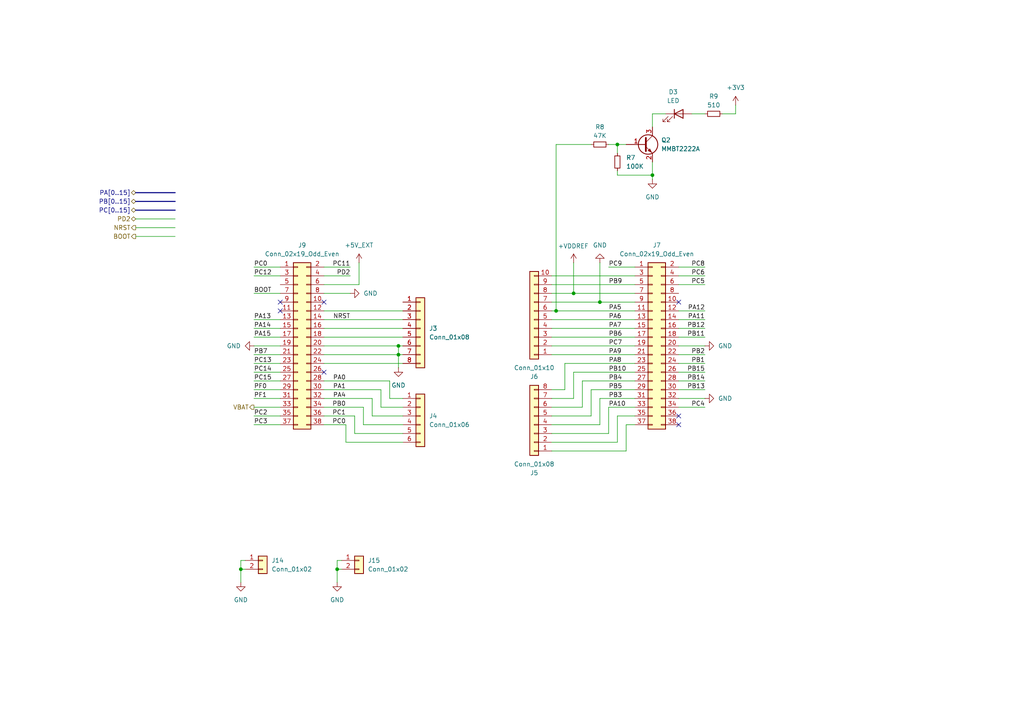
<source format=kicad_sch>
(kicad_sch (version 20231120) (generator "eeschema") (generator_version "8.0")
  (paper "A4")
  (lib_symbols
    (symbol "Connector_Generic:Conn_01x02" (pin_names (offset 1.016) hide)
      (property "Reference" "J" (at 0 2.54 0))
      (property "Value" "Conn_01x02" (at 0 -5.08 0))
      (symbol "Conn_01x02_1_1"
        (rectangle (start -1.27 -2.413) (end 0 -2.667) (stroke (width 0.1524)))
        (rectangle (start -1.27 0.127) (end 0 -0.127) (stroke (width 0.1524)))
        (rectangle (start -1.27 1.27) (end 1.27 -3.81) (stroke (width 0.254)) (fill (type background)))
        (pin passive line (at -5.08 0 0) (length 3.81) (name "Pin_1") (number "1"))
        (pin passive line (at -5.08 -2.54 0) (length 3.81) (name "Pin_2") (number "2"))
      )
    )
    (symbol "Connector_Generic:Conn_01x06" (pin_names (offset 1.016) hide)
      (property "Reference" "J" (at 0 7.62 0))
      (property "Value" "Conn_01x06" (at 0 -10.16 0))
      (symbol "Conn_01x06_1_1"
        (rectangle (start -1.27 -7.493) (end 0 -7.747) (stroke (width 0.1524)))
        (rectangle (start -1.27 -4.953) (end 0 -5.207) (stroke (width 0.1524)))
        (rectangle (start -1.27 -2.413) (end 0 -2.667) (stroke (width 0.1524)))
        (rectangle (start -1.27 0.127) (end 0 -0.127) (stroke (width 0.1524)))
        (rectangle (start -1.27 2.667) (end 0 2.413) (stroke (width 0.1524)))
        (rectangle (start -1.27 5.207) (end 0 4.953) (stroke (width 0.1524)))
        (rectangle (start -1.27 6.35) (end 1.27 -8.89) (stroke (width 0.254)) (fill (type background)))
        (pin passive line (at -5.08 5.08 0) (length 3.81) (name "Pin_1") (number "1"))
        (pin passive line (at -5.08 2.54 0) (length 3.81) (name "Pin_2") (number "2"))
        (pin passive line (at -5.08 0 0) (length 3.81) (name "Pin_3") (number "3"))
        (pin passive line (at -5.08 -2.54 0) (length 3.81) (name "Pin_4") (number "4"))
        (pin passive line (at -5.08 -5.08 0) (length 3.81) (name "Pin_5") (number "5"))
        (pin passive line (at -5.08 -7.62 0) (length 3.81) (name "Pin_6") (number "6"))
      )
    )
    (symbol "Connector_Generic:Conn_01x08" (pin_names (offset 1.016) hide)
      (property "Reference" "J" (at 0 10.16 0))
      (property "Value" "Conn_01x08" (at 0 -12.7 0))
      (symbol "Conn_01x08_1_1"
        (rectangle (start -1.27 -10.033) (end 0 -10.287) (stroke (width 0.1524)))
        (rectangle (start -1.27 -7.493) (end 0 -7.747) (stroke (width 0.1524)))
        (rectangle (start -1.27 -4.953) (end 0 -5.207) (stroke (width 0.1524)))
        (rectangle (start -1.27 -2.413) (end 0 -2.667) (stroke (width 0.1524)))
        (rectangle (start -1.27 0.127) (end 0 -0.127) (stroke (width 0.1524)))
        (rectangle (start -1.27 2.667) (end 0 2.413) (stroke (width 0.1524)))
        (rectangle (start -1.27 5.207) (end 0 4.953) (stroke (width 0.1524)))
        (rectangle (start -1.27 7.747) (end 0 7.493) (stroke (width 0.1524)))
        (rectangle (start -1.27 8.89) (end 1.27 -11.43) (stroke (width 0.254)) (fill (type background)))
        (pin passive line (at -5.08 7.62 0) (length 3.81) (name "Pin_1") (number "1"))
        (pin passive line (at -5.08 5.08 0) (length 3.81) (name "Pin_2") (number "2"))
        (pin passive line (at -5.08 2.54 0) (length 3.81) (name "Pin_3") (number "3"))
        (pin passive line (at -5.08 0 0) (length 3.81) (name "Pin_4") (number "4"))
        (pin passive line (at -5.08 -2.54 0) (length 3.81) (name "Pin_5") (number "5"))
        (pin passive line (at -5.08 -5.08 0) (length 3.81) (name "Pin_6") (number "6"))
        (pin passive line (at -5.08 -7.62 0) (length 3.81) (name "Pin_7") (number "7"))
        (pin passive line (at -5.08 -10.16 0) (length 3.81) (name "Pin_8") (number "8"))
      )
    )
    (symbol "Connector_Generic:Conn_01x10" (pin_names (offset 1.016) hide)
      (property "Reference" "J" (at 0 12.7 0))
      (property "Value" "Conn_01x10" (at 0 -15.24 0))
      (symbol "Conn_01x10_1_1"
        (rectangle (start -1.27 -12.573) (end 0 -12.827) (stroke (width 0.1524)))
        (rectangle (start -1.27 -10.033) (end 0 -10.287) (stroke (width 0.1524)))
        (rectangle (start -1.27 -7.493) (end 0 -7.747) (stroke (width 0.1524)))
        (rectangle (start -1.27 -4.953) (end 0 -5.207) (stroke (width 0.1524)))
        (rectangle (start -1.27 -2.413) (end 0 -2.667) (stroke (width 0.1524)))
        (rectangle (start -1.27 0.127) (end 0 -0.127) (stroke (width 0.1524)))
        (rectangle (start -1.27 2.667) (end 0 2.413) (stroke (width 0.1524)))
        (rectangle (start -1.27 5.207) (end 0 4.953) (stroke (width 0.1524)))
        (rectangle (start -1.27 7.747) (end 0 7.493) (stroke (width 0.1524)))
        (rectangle (start -1.27 10.287) (end 0 10.033) (stroke (width 0.1524)))
        (rectangle (start -1.27 11.43) (end 1.27 -13.97) (stroke (width 0.254)) (fill (type background)))
        (pin passive line (at -5.08 10.16 0) (length 3.81) (name "Pin_1") (number "1"))
        (pin passive line (at -5.08 -12.7 0) (length 3.81) (name "Pin_10") (number "10"))
        (pin passive line (at -5.08 7.62 0) (length 3.81) (name "Pin_2") (number "2"))
        (pin passive line (at -5.08 5.08 0) (length 3.81) (name "Pin_3") (number "3"))
        (pin passive line (at -5.08 2.54 0) (length 3.81) (name "Pin_4") (number "4"))
        (pin passive line (at -5.08 0 0) (length 3.81) (name "Pin_5") (number "5"))
        (pin passive line (at -5.08 -2.54 0) (length 3.81) (name "Pin_6") (number "6"))
        (pin passive line (at -5.08 -5.08 0) (length 3.81) (name "Pin_7") (number "7"))
        (pin passive line (at -5.08 -7.62 0) (length 3.81) (name "Pin_8") (number "8"))
        (pin passive line (at -5.08 -10.16 0) (length 3.81) (name "Pin_9") (number "9"))
      )
    )
    (symbol "Connector_Generic:Conn_02x19_Odd_Even" (pin_names (offset 1.016) hide)
      (property "Reference" "J" (at 1.27 25.4 0))
      (property "Value" "Conn_02x19_Odd_Even" (at 1.27 -25.4 0))
      (symbol "Conn_02x19_Odd_Even_1_1"
        (rectangle (start -1.27 -22.733) (end 0 -22.987) (stroke (width 0.1524)))
        (rectangle (start -1.27 -20.193) (end 0 -20.447) (stroke (width 0.1524)))
        (rectangle (start -1.27 -17.653) (end 0 -17.907) (stroke (width 0.1524)))
        (rectangle (start -1.27 -15.113) (end 0 -15.367) (stroke (width 0.1524)))
        (rectangle (start -1.27 -12.573) (end 0 -12.827) (stroke (width 0.1524)))
        (rectangle (start -1.27 -10.033) (end 0 -10.287) (stroke (width 0.1524)))
        (rectangle (start -1.27 -7.493) (end 0 -7.747) (stroke (width 0.1524)))
        (rectangle (start -1.27 -4.953) (end 0 -5.207) (stroke (width 0.1524)))
        (rectangle (start -1.27 -2.413) (end 0 -2.667) (stroke (width 0.1524)))
        (rectangle (start -1.27 0.127) (end 0 -0.127) (stroke (width 0.1524)))
        (rectangle (start -1.27 2.667) (end 0 2.413) (stroke (width 0.1524)))
        (rectangle (start -1.27 5.207) (end 0 4.953) (stroke (width 0.1524)))
        (rectangle (start -1.27 7.747) (end 0 7.493) (stroke (width 0.1524)))
        (rectangle (start -1.27 10.287) (end 0 10.033) (stroke (width 0.1524)))
        (rectangle (start -1.27 12.827) (end 0 12.573) (stroke (width 0.1524)))
        (rectangle (start -1.27 15.367) (end 0 15.113) (stroke (width 0.1524)))
        (rectangle (start -1.27 17.907) (end 0 17.653) (stroke (width 0.1524)))
        (rectangle (start -1.27 20.447) (end 0 20.193) (stroke (width 0.1524)))
        (rectangle (start -1.27 22.987) (end 0 22.733) (stroke (width 0.1524)))
        (rectangle (start -1.27 24.13) (end 3.81 -24.13) (stroke (width 0.254)) (fill (type background)))
        (rectangle (start 3.81 -22.733) (end 2.54 -22.987) (stroke (width 0.1524)))
        (rectangle (start 3.81 -20.193) (end 2.54 -20.447) (stroke (width 0.1524)))
        (rectangle (start 3.81 -17.653) (end 2.54 -17.907) (stroke (width 0.1524)))
        (rectangle (start 3.81 -15.113) (end 2.54 -15.367) (stroke (width 0.1524)))
        (rectangle (start 3.81 -12.573) (end 2.54 -12.827) (stroke (width 0.1524)))
        (rectangle (start 3.81 -10.033) (end 2.54 -10.287) (stroke (width 0.1524)))
        (rectangle (start 3.81 -7.493) (end 2.54 -7.747) (stroke (width 0.1524)))
        (rectangle (start 3.81 -4.953) (end 2.54 -5.207) (stroke (width 0.1524)))
        (rectangle (start 3.81 -2.413) (end 2.54 -2.667) (stroke (width 0.1524)))
        (rectangle (start 3.81 0.127) (end 2.54 -0.127) (stroke (width 0.1524)))
        (rectangle (start 3.81 2.667) (end 2.54 2.413) (stroke (width 0.1524)))
        (rectangle (start 3.81 5.207) (end 2.54 4.953) (stroke (width 0.1524)))
        (rectangle (start 3.81 7.747) (end 2.54 7.493) (stroke (width 0.1524)))
        (rectangle (start 3.81 10.287) (end 2.54 10.033) (stroke (width 0.1524)))
        (rectangle (start 3.81 12.827) (end 2.54 12.573) (stroke (width 0.1524)))
        (rectangle (start 3.81 15.367) (end 2.54 15.113) (stroke (width 0.1524)))
        (rectangle (start 3.81 17.907) (end 2.54 17.653) (stroke (width 0.1524)))
        (rectangle (start 3.81 20.447) (end 2.54 20.193) (stroke (width 0.1524)))
        (rectangle (start 3.81 22.987) (end 2.54 22.733) (stroke (width 0.1524)))
        (pin passive line (at -5.08 22.86 0) (length 3.81) (name "Pin_1") (number "1"))
        (pin passive line (at 7.62 12.7 180) (length 3.81) (name "Pin_10") (number "10"))
        (pin passive line (at -5.08 10.16 0) (length 3.81) (name "Pin_11") (number "11"))
        (pin passive line (at 7.62 10.16 180) (length 3.81) (name "Pin_12") (number "12"))
        (pin passive line (at -5.08 7.62 0) (length 3.81) (name "Pin_13") (number "13"))
        (pin passive line (at 7.62 7.62 180) (length 3.81) (name "Pin_14") (number "14"))
        (pin passive line (at -5.08 5.08 0) (length 3.81) (name "Pin_15") (number "15"))
        (pin passive line (at 7.62 5.08 180) (length 3.81) (name "Pin_16") (number "16"))
        (pin passive line (at -5.08 2.54 0) (length 3.81) (name "Pin_17") (number "17"))
        (pin passive line (at 7.62 2.54 180) (length 3.81) (name "Pin_18") (number "18"))
        (pin passive line (at -5.08 0 0) (length 3.81) (name "Pin_19") (number "19"))
        (pin passive line (at 7.62 22.86 180) (length 3.81) (name "Pin_2") (number "2"))
        (pin passive line (at 7.62 0 180) (length 3.81) (name "Pin_20") (number "20"))
        (pin passive line (at -5.08 -2.54 0) (length 3.81) (name "Pin_21") (number "21"))
        (pin passive line (at 7.62 -2.54 180) (length 3.81) (name "Pin_22") (number "22"))
        (pin passive line (at -5.08 -5.08 0) (length 3.81) (name "Pin_23") (number "23"))
        (pin passive line (at 7.62 -5.08 180) (length 3.81) (name "Pin_24") (number "24"))
        (pin passive line (at -5.08 -7.62 0) (length 3.81) (name "Pin_25") (number "25"))
        (pin passive line (at 7.62 -7.62 180) (length 3.81) (name "Pin_26") (number "26"))
        (pin passive line (at -5.08 -10.16 0) (length 3.81) (name "Pin_27") (number "27"))
        (pin passive line (at 7.62 -10.16 180) (length 3.81) (name "Pin_28") (number "28"))
        (pin passive line (at -5.08 -12.7 0) (length 3.81) (name "Pin_29") (number "29"))
        (pin passive line (at -5.08 20.32 0) (length 3.81) (name "Pin_3") (number "3"))
        (pin passive line (at 7.62 -12.7 180) (length 3.81) (name "Pin_30") (number "30"))
        (pin passive line (at -5.08 -15.24 0) (length 3.81) (name "Pin_31") (number "31"))
        (pin passive line (at 7.62 -15.24 180) (length 3.81) (name "Pin_32") (number "32"))
        (pin passive line (at -5.08 -17.78 0) (length 3.81) (name "Pin_33") (number "33"))
        (pin passive line (at 7.62 -17.78 180) (length 3.81) (name "Pin_34") (number "34"))
        (pin passive line (at -5.08 -20.32 0) (length 3.81) (name "Pin_35") (number "35"))
        (pin passive line (at 7.62 -20.32 180) (length 3.81) (name "Pin_36") (number "36"))
        (pin passive line (at -5.08 -22.86 0) (length 3.81) (name "Pin_37") (number "37"))
        (pin passive line (at 7.62 -22.86 180) (length 3.81) (name "Pin_38") (number "38"))
        (pin passive line (at 7.62 20.32 180) (length 3.81) (name "Pin_4") (number "4"))
        (pin passive line (at -5.08 17.78 0) (length 3.81) (name "Pin_5") (number "5"))
        (pin passive line (at 7.62 17.78 180) (length 3.81) (name "Pin_6") (number "6"))
        (pin passive line (at -5.08 15.24 0) (length 3.81) (name "Pin_7") (number "7"))
        (pin passive line (at 7.62 15.24 180) (length 3.81) (name "Pin_8") (number "8"))
        (pin passive line (at -5.08 12.7 0) (length 3.81) (name "Pin_9") (number "9"))
      )
    )
    (symbol "Device:LED" (pin_numbers hide) (pin_names (offset 1.016) hide)
      (property "Reference" "D" (at 0 2.54 0))
      (property "Value" "LED" (at 0 -2.54 0))
      (symbol "LED_0_1"
        (polyline (pts (xy -1.27 -1.27) (xy -1.27 1.27)) (stroke (width 0.254)))
        (polyline (pts (xy -1.27 0) (xy 1.27 0)))
        (polyline (pts (xy 1.27 -1.27) (xy 1.27 1.27) (xy -1.27 0) (xy 1.27 -1.27)) (stroke (width 0.254)))
        (polyline (pts (xy -3.048 -0.762) (xy -4.572 -2.286) (xy -3.81 -2.286) (xy -4.572 -2.286) (xy -4.572 -1.524)))
        (polyline (pts (xy -1.778 -0.762) (xy -3.302 -2.286) (xy -2.54 -2.286) (xy -3.302 -2.286) (xy -3.302 -1.524)))
      )
      (symbol "LED_1_1"
        (pin passive line (at -3.81 0 0) (length 2.54) (name "K") (number "1"))
        (pin passive line (at 3.81 0 180) (length 2.54) (name "A") (number "2"))
      )
    )
    (symbol "Device:R_Small" (pin_numbers hide) (pin_names (offset 0.254) hide)
      (property "Reference" "R" (at 0.762 0.508 0))
      (property "Value" "R_Small" (at 0.762 -1.016 0))
      (symbol "R_Small_0_1"
        (rectangle (start -0.762 1.778) (end 0.762 -1.778) (stroke (width 0.2032)))
      )
      (symbol "R_Small_1_1"
        (pin passive line (at 0 2.54 270) (length 0.762) (name "~") (number "1"))
        (pin passive line (at 0 -2.54 90) (length 0.762) (name "~") (number "2"))
      )
    )
    (symbol "Transistor_BJT:MMBT2222A" (pin_names (offset 0) hide)
      (property "Reference" "Q" (at 5.08 1.905 0))
      (property "Value" "MMBT2222A" (at 5.08 0 0))
      (symbol "MMBT2222A_0_1"
        (polyline (pts (xy 0.635 0.635) (xy 2.54 2.54)))
        (polyline (pts (xy 0.635 -0.635) (xy 2.54 -2.54) (xy 2.54 -2.54)))
        (polyline (pts (xy 0.635 1.905) (xy 0.635 -1.905) (xy 0.635 -1.905)) (stroke (width 0.508)))
        (polyline (pts (xy 1.27 -1.778) (xy 1.778 -1.27) (xy 2.286 -2.286) (xy 1.27 -1.778) (xy 1.27 -1.778)) (fill (type outline)))
        (circle (center 1.27 0) (radius 2.8194) (stroke (width 0.254)))
      )
      (symbol "MMBT2222A_1_1"
        (pin input line (at -5.08 0 0) (length 5.715) (name "B") (number "1"))
        (pin passive line (at 2.54 -5.08 90) (length 2.54) (name "E") (number "2"))
        (pin passive line (at 2.54 5.08 270) (length 2.54) (name "C") (number "3"))
      )
    )
    (symbol "power:+3V3" (power) (pin_numbers hide) (pin_names (offset 0) hide)
      (property "Value" "+3V3" (at 0 3.556 0))
      (symbol "+3V3_0_1"
        (polyline (pts (xy -0.762 1.27) (xy 0 2.54)))
        (polyline (pts (xy 0 0) (xy 0 2.54)))
        (polyline (pts (xy 0 2.54) (xy 0.762 1.27)))
      )
      (symbol "+3V3_1_1"
        (pin power_in line (at 0 0 90) (length 0) (name "~") (number "1"))
      )
    )
    (symbol "power:GND" (power) (pin_numbers hide) (pin_names (offset 0) hide)
      (property "Value" "GND" (at 0 -3.81 0))
      (symbol "GND_0_1"
        (polyline (pts (xy 0 0) (xy 0 -1.27) (xy 1.27 -1.27) (xy 0 -2.54) (xy -1.27 -1.27) (xy 0 -1.27)))
      )
      (symbol "GND_1_1"
        (pin power_in line (at 0 0 270) (length 0) (name "~") (number "1"))
      )
    )
  )
  (junction (at 189.23 50.8))
  (junction (at 69.85 165.1))
  (junction (at 173.99 87.63))
  (junction (at 115.57 100.33))
  (junction (at 97.79 165.1))
  (junction (at 115.57 102.87))
  (junction (at 166.37 85.09))
  (junction (at 179.07 41.91))
  (junction (at 161.29 90.17))
  (no_connect (at 81.28 90.17))
  (no_connect (at 196.85 123.19))
  (no_connect (at 196.85 120.65))
  (no_connect (at 81.28 87.63))
  (no_connect (at 196.85 87.63))
  (no_connect (at 93.98 107.95))
  (no_connect (at 93.98 87.63))
  (wire (pts (xy 179.07 41.91) (xy 179.07 44.45)))
  (wire (pts (xy 73.66 110.49) (xy 81.28 110.49)))
  (bus (pts (xy 39.37 55.88) (xy 50.8 55.88)))
  (wire (pts (xy 116.84 128.27) (xy 100.33 128.27)))
  (wire (pts (xy 196.85 82.55) (xy 204.47 82.55)))
  (wire (pts (xy 102.87 125.73) (xy 102.87 120.65)))
  (wire (pts (xy 176.53 118.11) (xy 184.15 118.11)))
  (wire (pts (xy 93.98 95.25) (xy 116.84 95.25)))
  (wire (pts (xy 113.03 115.57) (xy 113.03 110.49)))
  (wire (pts (xy 116.84 118.11) (xy 110.49 118.11)))
  (wire (pts (xy 73.66 118.11) (xy 81.28 118.11)))
  (wire (pts (xy 107.95 120.65) (xy 107.95 115.57)))
  (bus (pts (xy 39.37 60.96) (xy 50.8 60.96)))
  (wire (pts (xy 160.02 97.79) (xy 184.15 97.79)))
  (wire (pts (xy 73.66 107.95) (xy 81.28 107.95)))
  (wire (pts (xy 160.02 115.57) (xy 166.37 115.57)))
  (wire (pts (xy 100.33 128.27) (xy 100.33 123.19)))
  (wire (pts (xy 189.23 33.02) (xy 189.23 36.83)))
  (wire (pts (xy 161.29 41.91) (xy 161.29 90.17)))
  (wire (pts (xy 213.36 30.48) (xy 213.36 33.02)))
  (wire (pts (xy 102.87 120.65) (xy 93.98 120.65)))
  (wire (pts (xy 73.66 92.71) (xy 81.28 92.71)))
  (wire (pts (xy 196.85 113.03) (xy 204.47 113.03)))
  (wire (pts (xy 160.02 92.71) (xy 184.15 92.71)))
  (wire (pts (xy 171.45 113.03) (xy 184.15 113.03)))
  (wire (pts (xy 163.83 105.41) (xy 184.15 105.41)))
  (wire (pts (xy 166.37 107.95) (xy 184.15 107.95)))
  (wire (pts (xy 115.57 100.33) (xy 116.84 100.33)))
  (wire (pts (xy 184.15 77.47) (xy 176.53 77.47)))
  (wire (pts (xy 179.07 120.65) (xy 184.15 120.65)))
  (wire (pts (xy 176.53 41.91) (xy 179.07 41.91)))
  (wire (pts (xy 196.85 102.87) (xy 204.47 102.87)))
  (wire (pts (xy 73.66 102.87) (xy 81.28 102.87)))
  (wire (pts (xy 168.91 110.49) (xy 184.15 110.49)))
  (wire (pts (xy 73.66 85.09) (xy 81.28 85.09)))
  (wire (pts (xy 104.14 82.55) (xy 104.14 76.2)))
  (wire (pts (xy 171.45 41.91) (xy 161.29 41.91)))
  (wire (pts (xy 179.07 50.8) (xy 189.23 50.8)))
  (wire (pts (xy 97.79 165.1) (xy 97.79 168.91)))
  (wire (pts (xy 160.02 125.73) (xy 176.53 125.73)))
  (wire (pts (xy 160.02 95.25) (xy 184.15 95.25)))
  (wire (pts (xy 101.6 77.47) (xy 93.98 77.47)))
  (wire (pts (xy 73.66 100.33) (xy 81.28 100.33)))
  (wire (pts (xy 173.99 87.63) (xy 184.15 87.63)))
  (wire (pts (xy 93.98 105.41) (xy 116.84 105.41)))
  (wire (pts (xy 39.37 63.5) (xy 50.8 63.5)))
  (wire (pts (xy 160.02 113.03) (xy 163.83 113.03)))
  (wire (pts (xy 116.84 125.73) (xy 102.87 125.73)))
  (wire (pts (xy 69.85 162.56) (xy 69.85 165.1)))
  (wire (pts (xy 115.57 100.33) (xy 115.57 102.87)))
  (wire (pts (xy 179.07 49.53) (xy 179.07 50.8)))
  (wire (pts (xy 193.04 33.02) (xy 189.23 33.02)))
  (wire (pts (xy 161.29 90.17) (xy 184.15 90.17)))
  (wire (pts (xy 105.41 123.19) (xy 105.41 118.11)))
  (wire (pts (xy 160.02 87.63) (xy 173.99 87.63)))
  (wire (pts (xy 166.37 115.57) (xy 166.37 107.95)))
  (wire (pts (xy 160.02 120.65) (xy 171.45 120.65)))
  (wire (pts (xy 189.23 46.99) (xy 189.23 50.8)))
  (wire (pts (xy 189.23 50.8) (xy 189.23 52.07)))
  (wire (pts (xy 213.36 33.02) (xy 209.55 33.02)))
  (wire (pts (xy 93.98 90.17) (xy 116.84 90.17)))
  (wire (pts (xy 160.02 102.87) (xy 184.15 102.87)))
  (wire (pts (xy 99.06 162.56) (xy 97.79 162.56)))
  (wire (pts (xy 196.85 92.71) (xy 204.47 92.71)))
  (wire (pts (xy 196.85 110.49) (xy 204.47 110.49)))
  (wire (pts (xy 97.79 165.1) (xy 99.06 165.1)))
  (wire (pts (xy 200.66 33.02) (xy 204.47 33.02)))
  (wire (pts (xy 101.6 80.01) (xy 93.98 80.01)))
  (wire (pts (xy 173.99 76.2) (xy 173.99 87.63)))
  (wire (pts (xy 73.66 97.79) (xy 81.28 97.79)))
  (wire (pts (xy 196.85 90.17) (xy 204.47 90.17)))
  (wire (pts (xy 160.02 90.17) (xy 161.29 90.17)))
  (wire (pts (xy 116.84 123.19) (xy 105.41 123.19)))
  (wire (pts (xy 115.57 102.87) (xy 115.57 106.68)))
  (wire (pts (xy 73.66 77.47) (xy 81.28 77.47)))
  (wire (pts (xy 110.49 118.11) (xy 110.49 113.03)))
  (wire (pts (xy 166.37 76.2) (xy 166.37 85.09)))
  (wire (pts (xy 196.85 107.95) (xy 204.47 107.95)))
  (wire (pts (xy 160.02 100.33) (xy 184.15 100.33)))
  (wire (pts (xy 115.57 102.87) (xy 116.84 102.87)))
  (wire (pts (xy 93.98 100.33) (xy 115.57 100.33)))
  (wire (pts (xy 113.03 110.49) (xy 93.98 110.49)))
  (wire (pts (xy 196.85 118.11) (xy 204.47 118.11)))
  (wire (pts (xy 166.37 85.09) (xy 184.15 85.09)))
  (wire (pts (xy 196.85 100.33) (xy 204.47 100.33)))
  (wire (pts (xy 73.66 105.41) (xy 81.28 105.41)))
  (wire (pts (xy 179.07 128.27) (xy 179.07 120.65)))
  (wire (pts (xy 160.02 82.55) (xy 184.15 82.55)))
  (wire (pts (xy 73.66 123.19) (xy 81.28 123.19)))
  (wire (pts (xy 163.83 113.03) (xy 163.83 105.41)))
  (wire (pts (xy 168.91 118.11) (xy 168.91 110.49)))
  (wire (pts (xy 160.02 118.11) (xy 168.91 118.11)))
  (wire (pts (xy 173.99 115.57) (xy 184.15 115.57)))
  (wire (pts (xy 93.98 82.55) (xy 104.14 82.55)))
  (wire (pts (xy 71.12 162.56) (xy 69.85 162.56)))
  (wire (pts (xy 110.49 113.03) (xy 93.98 113.03)))
  (wire (pts (xy 93.98 92.71) (xy 116.84 92.71)))
  (wire (pts (xy 93.98 102.87) (xy 115.57 102.87)))
  (wire (pts (xy 39.37 66.04) (xy 50.8 66.04)))
  (wire (pts (xy 116.84 120.65) (xy 107.95 120.65)))
  (wire (pts (xy 160.02 85.09) (xy 166.37 85.09)))
  (wire (pts (xy 73.66 95.25) (xy 81.28 95.25)))
  (wire (pts (xy 116.84 115.57) (xy 113.03 115.57)))
  (wire (pts (xy 93.98 85.09) (xy 101.6 85.09)))
  (wire (pts (xy 196.85 115.57) (xy 204.47 115.57)))
  (wire (pts (xy 105.41 118.11) (xy 93.98 118.11)))
  (wire (pts (xy 196.85 105.41) (xy 204.47 105.41)))
  (wire (pts (xy 93.98 97.79) (xy 116.84 97.79)))
  (wire (pts (xy 160.02 130.81) (xy 181.61 130.81)))
  (wire (pts (xy 171.45 120.65) (xy 171.45 113.03)))
  (wire (pts (xy 160.02 123.19) (xy 173.99 123.19)))
  (wire (pts (xy 196.85 80.01) (xy 204.47 80.01)))
  (wire (pts (xy 196.85 95.25) (xy 204.47 95.25)))
  (wire (pts (xy 107.95 115.57) (xy 93.98 115.57)))
  (wire (pts (xy 73.66 120.65) (xy 81.28 120.65)))
  (wire (pts (xy 196.85 77.47) (xy 204.47 77.47)))
  (wire (pts (xy 69.85 165.1) (xy 69.85 168.91)))
  (wire (pts (xy 181.61 123.19) (xy 184.15 123.19)))
  (wire (pts (xy 173.99 123.19) (xy 173.99 115.57)))
  (wire (pts (xy 181.61 130.81) (xy 181.61 123.19)))
  (wire (pts (xy 100.33 123.19) (xy 93.98 123.19)))
  (wire (pts (xy 73.66 115.57) (xy 81.28 115.57)))
  (wire (pts (xy 69.85 165.1) (xy 71.12 165.1)))
  (wire (pts (xy 196.85 97.79) (xy 204.47 97.79)))
  (wire (pts (xy 39.37 68.58) (xy 50.8 68.58)))
  (wire (pts (xy 176.53 125.73) (xy 176.53 118.11)))
  (wire (pts (xy 97.79 162.56) (xy 97.79 165.1)))
  (bus (pts (xy 39.37 58.42) (xy 50.8 58.42)))
  (wire (pts (xy 160.02 80.01) (xy 184.15 80.01)))
  (wire (pts (xy 73.66 113.03) (xy 81.28 113.03)))
  (wire (pts (xy 73.66 80.01) (xy 81.28 80.01)))
  (wire (pts (xy 179.07 41.91) (xy 181.61 41.91)))
  (wire (pts (xy 160.02 128.27) (xy 179.07 128.27)))
  (label "PA6" (at 176.53 92.71 0))
  (label "NRST" (at 101.6 92.71 180))
  (label "PA10" (at 176.53 118.11 0))
  (label "PC5" (at 204.47 82.55 180))
  (label "PA8" (at 176.53 105.41 0))
  (label "PA15" (at 73.66 97.79 0))
  (label "PA9" (at 176.53 102.87 0))
  (label "PC13" (at 73.66 105.41 0))
  (label "PB9" (at 176.53 82.55 0))
  (label "BOOT" (at 73.66 85.09 0))
  (label "PC7" (at 176.53 100.33 0))
  (label "PC3" (at 73.66 123.19 0))
  (label "PC9" (at 176.53 77.47 0))
  (label "PB14" (at 204.47 110.49 180))
  (label "PF0" (at 73.66 113.03 0))
  (label "PB10" (at 176.53 107.95 0))
  (label "PB3" (at 176.53 115.57 0))
  (label "PB6" (at 176.53 97.79 0))
  (label "PA11" (at 204.47 92.71 180))
  (label "PB15" (at 204.47 107.95 180))
  (label "PC4" (at 204.47 118.11 180))
  (label "PA13" (at 73.66 92.71 0))
  (label "PB1" (at 204.47 105.41 180))
  (label "PB11" (at 204.47 97.79 180))
  (label "PB12" (at 204.47 95.25 180))
  (label "PB13" (at 204.47 113.03 180))
  (label "PB7" (at 73.66 102.87 0))
  (label "PC0" (at 100.33 123.19 180))
  (label "PA14" (at 73.66 95.25 0))
  (label "PC1" (at 100.33 120.65 180))
  (label "PA7" (at 176.53 95.25 0))
  (label "PF1" (at 73.66 115.57 0))
  (label "PC14" (at 73.66 107.95 0))
  (label "PC8" (at 204.47 77.47 180))
  (label "PC12" (at 73.66 80.01 0))
  (label "PA4" (at 100.33 115.57 180))
  (label "PA0" (at 100.33 110.49 180))
  (label "PC15" (at 73.66 110.49 0))
  (label "PB4" (at 176.53 110.49 0))
  (label "PC11" (at 101.6 77.47 180))
  (label "PC2" (at 73.66 120.65 0))
  (label "PB5" (at 176.53 113.03 0))
  (label "PD2" (at 101.6 80.01 180))
  (label "PB2" (at 204.47 102.87 180))
  (label "PC0" (at 73.66 77.47 0))
  (label "PC6" (at 204.47 80.01 180))
  (label "PA5" (at 176.53 90.17 0))
  (label "PA12" (at 204.47 90.17 180))
  (label "PA1" (at 100.33 113.03 180))
  (label "PB0" (at 100.33 118.11 180))
  (hierarchical_label "PC[0..15]" (shape bidirectional) (at 39.37 60.96 180))
  (hierarchical_label "NRST" (shape output) (at 39.37 66.04 180))
  (hierarchical_label "BOOT" (shape output) (at 39.37 68.58 180))
  (hierarchical_label "PB[0..15]" (shape bidirectional) (at 39.37 58.42 180))
  (hierarchical_label "PA[0..15]" (shape bidirectional) (at 39.37 55.88 180))
  (hierarchical_label "VBAT" (shape output) (at 73.66 118.11 180))
  (hierarchical_label "PD2" (shape bidirectional) (at 39.37 63.5 180))
  (symbol (lib_id "Transistor_BJT:MMBT2222A") (at 186.69 41.91 0) (unit 1)
    (property "Reference" "Q2" (at 191.77 40.6399 0) (effects (justify left)))
    (property "Value" "MMBT2222A" (at 191.77 43.1799 0) (effects (justify left)))
    (property "Footprint" "Package_TO_SOT_SMD:SOT-23" (effects (hide yes)))
    (property "Datasheet" "https://assets.nexperia.com/documents/data-sheet/MMBT2222A.pdf" (effects (hide yes)))
    (property "Description" "600mA Ic, 40V Vce, NPN Transistor, SOT-23" (effects (hide yes)))
  )
  (symbol (lib_id "Device:R_Small") (at 179.07 46.99 0) (unit 1)
    (property "Reference" "R7" (at 181.61 45.7199 0) (effects (justify left)))
    (property "Value" "100K" (at 181.61 48.2599 0) (effects (justify left)))
    (property "Footprint" "Resistor_SMD:R_0603_1608Metric" (effects (hide yes)))
    (property "Description" "Resistor, small symbol" (effects (hide yes)))
  )
  (symbol (lib_id "power:+3V3") (at 213.36 30.48 0) (unit 1)
    (property "Reference" "#PWR038" (effects (hide yes)))
    (property "Value" "+3V3" (at 213.36 25.4 0))
    (property "Description" "Power symbol creates a global label with name \"+3V3\"" (effects (hide yes)))
  )
  (symbol (lib_id "power:GND") (at 189.23 52.07 0) (unit 1)
    (property "Reference" "#PWR039" (effects (hide yes)))
    (property "Value" "GND" (at 189.23 57.15 0))
    (property "Description" "Power symbol creates a global label with name \"GND\" , ground" (effects (hide yes)))
  )
  (symbol (lib_id "Connector_Generic:Conn_01x02") (at 104.14 162.56 0) (unit 1)
    (property "Reference" "J15" (at 106.68 162.5599 0) (effects (justify left)))
    (property "Value" "Conn_01x02" (at 106.68 165.0999 0) (effects (justify left)))
    (property "Footprint" "Connector_PinHeader_2.54mm:PinHeader_1x02_P2.54mm_Vertical" (effects (hide yes)))
    (property "Description" "Generic connector, single row, 01x02, script generated (kicad-library-utils/schlib/autogen/connector/)" (effects (hide yes)))
  )
  (symbol (lib_id "power:GND") (at 73.66 100.33 270) (mirror x) (unit 1)
    (property "Reference" "#PWR043" (effects (hide yes)))
    (property "Value" "GND" (at 69.85 100.3299 90) (effects (justify right)))
    (property "Description" "Power symbol creates a global label with name \"GND\" , ground" (effects (hide yes)))
  )
  (symbol (lib_id "power:GND") (at 204.47 115.57 90) (unit 1)
    (property "Reference" "#PWR041" (effects (hide yes)))
    (property "Value" "GND" (at 208.28 115.5699 90) (effects (justify right)))
    (property "Description" "Power symbol creates a global label with name \"GND\" , ground" (effects (hide yes)))
  )
  (symbol (lib_id "Connector_Generic:Conn_02x19_Odd_Even") (at 86.36 100.33 0) (unit 1)
    (property "Reference" "J9" (at 87.63 71.12 0))
    (property "Value" "Conn_02x19_Odd_Even" (at 87.63 73.66 0))
    (property "Footprint" "Connector_PinHeader_2.54mm:PinHeader_2x19_P2.54mm_Vertical" (effects (hide yes)))
    (property "Description" "Generic connector, double row, 02x19, odd/even pin numbering scheme (row 1 odd numbers, row 2 even numbers), script generated (kicad-library-utils/schlib/autogen/connector/)" (effects (hide yes)))
  )
  (symbol (lib_id "power:GND") (at 173.99 76.2 180) (unit 1)
    (property "Reference" "#PWR065" (effects (hide yes)))
    (property "Value" "GND" (at 173.99 71.12 0))
    (property "Description" "Power symbol creates a global label with name \"GND\" , ground" (effects (hide yes)))
  )
  (symbol (lib_id "power:GND") (at 101.6 85.09 90) (unit 1)
    (property "Reference" "#PWR044" (effects (hide yes)))
    (property "Value" "GND" (at 105.41 85.0899 90) (effects (justify right)))
    (property "Description" "Power symbol creates a global label with name \"GND\" , ground" (effects (hide yes)))
  )
  (symbol (lib_id "power:GND") (at 115.57 106.68 0) (unit 1)
    (property "Reference" "#PWR042" (effects (hide yes)))
    (property "Value" "GND" (at 115.57 111.76 0))
    (property "Description" "Power symbol creates a global label with name \"GND\" , ground" (effects (hide yes)))
  )
  (symbol (lib_id "Connector_Generic:Conn_01x02") (at 76.2 162.56 0) (unit 1)
    (property "Reference" "J14" (at 78.74 162.5599 0) (effects (justify left)))
    (property "Value" "Conn_01x02" (at 78.74 165.0999 0) (effects (justify left)))
    (property "Footprint" "Connector_PinHeader_2.54mm:PinHeader_1x02_P2.54mm_Vertical" (effects (hide yes)))
    (property "Description" "Generic connector, single row, 01x02, script generated (kicad-library-utils/schlib/autogen/connector/)" (effects (hide yes)))
  )
  (symbol (lib_id "power:+3V3") (at 104.14 76.2 0) (unit 1)
    (property "Reference" "#PWR063" (effects (hide yes)))
    (property "Value" "+5V_EXT" (at 104.14 71.12 0))
    (property "Description" "Power symbol creates a global label with name \"+3V3\"" (effects (hide yes)))
  )
  (symbol (lib_id "Device:R_Small") (at 207.01 33.02 90) (unit 1)
    (property "Reference" "R9" (at 207.01 27.94 90))
    (property "Value" "510" (at 207.01 30.48 90))
    (property "Footprint" "Resistor_SMD:R_0603_1608Metric" (effects (hide yes)))
    (property "Description" "Resistor, small symbol" (effects (hide yes)))
  )
  (symbol (lib_id "Device:R_Small") (at 173.99 41.91 90) (unit 1)
    (property "Reference" "R8" (at 173.99 36.83 90))
    (property "Value" "47K" (at 173.99 39.37 90))
    (property "Footprint" "Resistor_SMD:R_0603_1608Metric" (effects (hide yes)))
    (property "Description" "Resistor, small symbol" (effects (hide yes)))
  )
  (symbol (lib_id "power:GND") (at 69.85 168.91 0) (unit 1)
    (property "Reference" "#PWR061" (effects (hide yes)))
    (property "Value" "GND" (at 69.85 173.99 0))
    (property "Description" "Power symbol creates a global label with name \"GND\" , ground" (effects (hide yes)))
  )
  (symbol (lib_id "Connector_Generic:Conn_01x06") (at 121.92 120.65 0) (unit 1)
    (property "Reference" "J4" (at 124.46 120.6499 0) (effects (justify left)))
    (property "Value" "Conn_01x06" (at 124.46 123.1899 0) (effects (justify left)))
    (property "Footprint" "Connector_PinSocket_2.54mm:PinSocket_1x06_P2.54mm_Vertical" (effects (hide yes)))
    (property "Description" "Generic connector, single row, 01x06, script generated (kicad-library-utils/schlib/autogen/connector/)" (effects (hide yes)))
  )
  (symbol (lib_id "power:GND") (at 204.47 100.33 90) (unit 1)
    (property "Reference" "#PWR040" (effects (hide yes)))
    (property "Value" "GND" (at 208.28 100.3299 90) (effects (justify right)))
    (property "Description" "Power symbol creates a global label with name \"GND\" , ground" (effects (hide yes)))
  )
  (symbol (lib_id "Connector_Generic:Conn_01x08") (at 121.92 95.25 0) (unit 1)
    (property "Reference" "J3" (at 124.46 95.2499 0) (effects (justify left)))
    (property "Value" "Conn_01x08" (at 124.46 97.7899 0) (effects (justify left)))
    (property "Footprint" "Connector_PinSocket_2.54mm:PinSocket_1x08_P2.54mm_Vertical" (effects (hide yes)))
    (property "Description" "Generic connector, single row, 01x08, script generated (kicad-library-utils/schlib/autogen/connector/)" (effects (hide yes)))
  )
  (symbol (lib_id "Connector_Generic:Conn_02x19_Odd_Even") (at 189.23 100.33 0) (unit 1)
    (property "Reference" "J7" (at 190.5 71.12 0))
    (property "Value" "Conn_02x19_Odd_Even" (at 190.5 73.66 0))
    (property "Footprint" "Connector_PinHeader_2.54mm:PinHeader_2x19_P2.54mm_Vertical" (effects (hide yes)))
    (property "Description" "Generic connector, double row, 02x19, odd/even pin numbering scheme (row 1 odd numbers, row 2 even numbers), script generated (kicad-library-utils/schlib/autogen/connector/)" (effects (hide yes)))
  )
  (symbol (lib_id "Connector_Generic:Conn_01x10") (at 154.94 92.71 180) (unit 1)
    (property "Reference" "J6" (at 154.94 109.22 0))
    (property "Value" "Conn_01x10" (at 154.94 106.68 0))
    (property "Footprint" "Connector_PinSocket_2.54mm:PinSocket_1x10_P2.54mm_Vertical" (effects (hide yes)))
    (property "Description" "Generic connector, single row, 01x10, script generated (kicad-library-utils/schlib/autogen/connector/)" (effects (hide yes)))
  )
  (symbol (lib_id "Device:LED") (at 196.85 33.02 0) (unit 1)
    (property "Reference" "D3" (at 195.2625 26.67 0))
    (property "Value" "LED" (at 195.2625 29.21 0))
    (property "Footprint" "LED_SMD:LED_0805_2012Metric" (effects (hide yes)))
    (property "Description" "Light emitting diode" (effects (hide yes)))
  )
  (symbol (lib_id "power:GND") (at 97.79 168.91 0) (unit 1)
    (property "Reference" "#PWR062" (effects (hide yes)))
    (property "Value" "GND" (at 97.79 173.99 0))
    (property "Description" "Power symbol creates a global label with name \"GND\" , ground" (effects (hide yes)))
  )
  (symbol (lib_id "power:+3V3") (at 166.37 76.2 0) (unit 1)
    (property "Reference" "#PWR064" (effects (hide yes)))
    (property "Value" "+VDDREF" (at 161.798 71.374 0) (effects (justify left)))
    (property "Description" "Power symbol creates a global label with name \"+3V3\"" (effects (hide yes)))
  )
  (symbol (lib_id "Connector_Generic:Conn_01x08") (at 154.94 123.19 180) (unit 1)
    (property "Reference" "J5" (at 154.94 137.16 0))
    (property "Value" "Conn_01x08" (at 154.94 134.62 0))
    (property "Footprint" "Connector_PinSocket_2.54mm:PinSocket_1x08_P2.54mm_Vertical" (effects (hide yes)))
    (property "Description" "Generic connector, single row, 01x08, script generated (kicad-library-utils/schlib/autogen/connector/)" (effects (hide yes)))
  )
)
</source>
